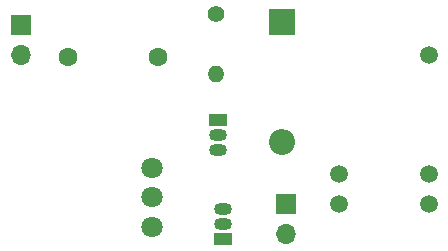
<source format=gbr>
%TF.GenerationSoftware,KiCad,Pcbnew,(5.1.12)-1*%
%TF.CreationDate,2023-08-22T11:28:01+05:30*%
%TF.ProjectId,auto street,6175746f-2073-4747-9265-65742e6b6963,rev?*%
%TF.SameCoordinates,Original*%
%TF.FileFunction,Soldermask,Top*%
%TF.FilePolarity,Negative*%
%FSLAX46Y46*%
G04 Gerber Fmt 4.6, Leading zero omitted, Abs format (unit mm)*
G04 Created by KiCad (PCBNEW (5.1.12)-1) date 2023-08-22 11:28:01*
%MOMM*%
%LPD*%
G01*
G04 APERTURE LIST*
%ADD10C,1.800000*%
%ADD11O,1.400000X1.400000*%
%ADD12C,1.400000*%
%ADD13C,1.600000*%
%ADD14R,1.500000X1.050000*%
%ADD15O,1.500000X1.050000*%
%ADD16C,1.508000*%
%ADD17O,1.700000X1.700000*%
%ADD18R,1.700000X1.700000*%
%ADD19O,2.200000X2.200000*%
%ADD20R,2.200000X2.200000*%
G04 APERTURE END LIST*
D10*
%TO.C,RV1*%
X213150000Y-124250000D03*
X213150000Y-126750000D03*
X213150000Y-129250000D03*
%TD*%
D11*
%TO.C,R2*%
X218500000Y-116280000D03*
D12*
X218500000Y-111200000D03*
%TD*%
D13*
%TO.C,R1*%
X213600000Y-114850000D03*
X206000000Y-114850000D03*
%TD*%
D14*
%TO.C,Q2*%
X219150000Y-130250000D03*
D15*
X219150000Y-127710000D03*
X219150000Y-128980000D03*
%TD*%
D14*
%TO.C,Q1*%
X218700000Y-120200000D03*
D15*
X218700000Y-122740000D03*
X218700000Y-121470000D03*
%TD*%
D16*
%TO.C,K1*%
X228950000Y-127300000D03*
X228950000Y-124800000D03*
X236550000Y-127300000D03*
X236550000Y-124800000D03*
X236550000Y-114700000D03*
%TD*%
D17*
%TO.C,J1*%
X224500000Y-129840000D03*
D18*
X224500000Y-127300000D03*
%TD*%
D19*
%TO.C,D1*%
X224100000Y-122060000D03*
D20*
X224100000Y-111900000D03*
%TD*%
D17*
%TO.C,BT1*%
X202000000Y-114690000D03*
D18*
X202000000Y-112150000D03*
%TD*%
M02*

</source>
